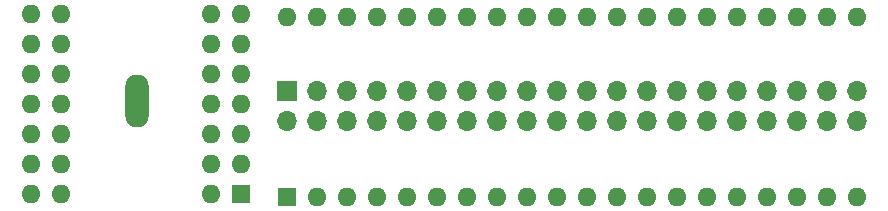
<source format=gbr>
%TF.GenerationSoftware,KiCad,Pcbnew,6.0.11*%
%TF.CreationDate,2024-12-01T18:54:21+01:00*%
%TF.ProjectId,MP6532_board_adapter,4d503635-3332-45f6-926f-6172645f6164,rev?*%
%TF.SameCoordinates,Original*%
%TF.FileFunction,Soldermask,Bot*%
%TF.FilePolarity,Negative*%
%FSLAX46Y46*%
G04 Gerber Fmt 4.6, Leading zero omitted, Abs format (unit mm)*
G04 Created by KiCad (PCBNEW 6.0.11) date 2024-12-01 18:54:21*
%MOMM*%
%LPD*%
G01*
G04 APERTURE LIST*
%ADD10R,1.700000X1.700000*%
%ADD11O,1.700000X1.700000*%
%ADD12R,1.600000X1.600000*%
%ADD13O,1.600000X1.600000*%
%ADD14O,2.000000X4.500000*%
G04 APERTURE END LIST*
D10*
%TO.C,REF\u002A\u002A*%
X50750000Y-45310000D03*
D11*
X50750000Y-47850000D03*
X53290000Y-45310000D03*
X53290000Y-47850000D03*
X55830000Y-45310000D03*
X55830000Y-47850000D03*
X58370000Y-45310000D03*
X58370000Y-47850000D03*
X60910000Y-45310000D03*
X60910000Y-47850000D03*
X63450000Y-45310000D03*
X63450000Y-47850000D03*
X65990000Y-45310000D03*
X65990000Y-47850000D03*
X68530000Y-45310000D03*
X68530000Y-47850000D03*
X71070000Y-45310000D03*
X71070000Y-47850000D03*
X73610000Y-45310000D03*
X73610000Y-47850000D03*
X76150000Y-45310000D03*
X76150000Y-47850000D03*
X78690000Y-45310000D03*
X78690000Y-47850000D03*
X81230000Y-45310000D03*
X81230000Y-47850000D03*
X83770000Y-45310000D03*
X83770000Y-47850000D03*
X86310000Y-45310000D03*
X86310000Y-47850000D03*
X88850000Y-45310000D03*
X88850000Y-47850000D03*
X91390000Y-45310000D03*
X91390000Y-47850000D03*
X93930000Y-45310000D03*
X93930000Y-47850000D03*
X96470000Y-45310000D03*
X96470000Y-47850000D03*
X99010000Y-45310000D03*
X99010000Y-47850000D03*
%TD*%
D12*
%TO.C,U2*%
X46809991Y-54039000D03*
D13*
X44269991Y-54039000D03*
X46809991Y-51499000D03*
X44269991Y-51499000D03*
X46809991Y-48959000D03*
X44269991Y-48959000D03*
X46809991Y-46419000D03*
X44269991Y-46419000D03*
X46809991Y-43879000D03*
X44269991Y-43879000D03*
X46809991Y-41339000D03*
X44269991Y-41339000D03*
X46809991Y-38799000D03*
X44269991Y-38799000D03*
X31569991Y-38799000D03*
X29029991Y-38799000D03*
X31569991Y-41339000D03*
X29029991Y-41339000D03*
X31569991Y-43879000D03*
X29029991Y-43879000D03*
X31569991Y-46419000D03*
X29029991Y-46419000D03*
X31569991Y-48959000D03*
X29029991Y-48959000D03*
X31569991Y-51499000D03*
X29029991Y-51499000D03*
X31569991Y-54039000D03*
X29029991Y-54039000D03*
%TD*%
D14*
%TO.C,H20*%
X38037991Y-46109000D03*
%TD*%
D12*
%TO.C,REF\u002A\u002A*%
X50725000Y-54225000D03*
D13*
X53265000Y-54225000D03*
X55805000Y-54225000D03*
X58345000Y-54225000D03*
X60885000Y-54225000D03*
X63425000Y-54225000D03*
X65965000Y-54225000D03*
X68505000Y-54225000D03*
X71045000Y-54225000D03*
X73585000Y-54225000D03*
X76125000Y-54225000D03*
X78665000Y-54225000D03*
X81205000Y-54225000D03*
X83745000Y-54225000D03*
X86285000Y-54225000D03*
X88825000Y-54225000D03*
X91365000Y-54225000D03*
X93905000Y-54225000D03*
X96445000Y-54225000D03*
X98985000Y-54225000D03*
X98985000Y-38985000D03*
X96445000Y-38985000D03*
X93905000Y-38985000D03*
X91365000Y-38985000D03*
X88825000Y-38985000D03*
X86285000Y-38985000D03*
X83745000Y-38985000D03*
X81205000Y-38985000D03*
X78665000Y-38985000D03*
X76125000Y-38985000D03*
X73585000Y-38985000D03*
X71045000Y-38985000D03*
X68505000Y-38985000D03*
X65965000Y-38985000D03*
X63425000Y-38985000D03*
X60885000Y-38985000D03*
X58345000Y-38985000D03*
X55805000Y-38985000D03*
X53265000Y-38985000D03*
X50725000Y-38985000D03*
%TD*%
M02*

</source>
